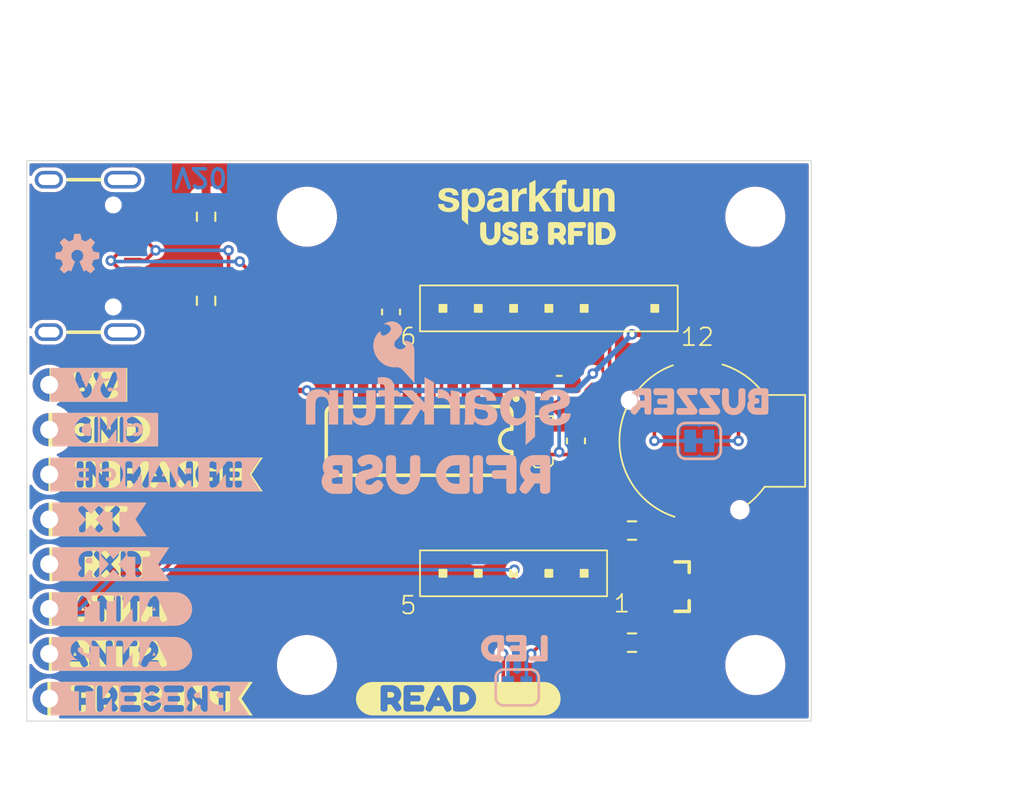
<source format=kicad_pcb>
(kicad_pcb (version 20240108) (generator "pcbnew") (generator_version "8.0")
  (layers (0 "F.Cu" signal) (31 "B.Cu" signal) (34 "B.Paste" user) (35 "F.Paste" user) (36 "B.SilkS" user "B.Silkscreen") (37 "F.SilkS" user "F.Silkscreen") (38 "B.Mask" user) (39 "F.Mask" user) (44 "Edge.Cuts" user))
  (net 0 "")
  (net 1 "Net-(U3-V3)")
  (net 2 "Net-(U3-UD+)")
  (net 3 "Net-(J1-CC1)")
  (net 6 "Net-(U3-UD-)")
  (net 10 "Net-(J1-CC2)")
  (net 23 "CARD_PRESENT")
  (net 24 "ANT2")
  (net 25 "ANT1")
  (net 26 "DATA1")
  (net 27 "DATA0")
  (net 28 "TAG_IN_RANGE")
  (net 29 "LED")
  (net 30 "Net-(D1-K)")
  (net 31 "Net-(D1-A)")
  (net 32 "Net-(JP1-A)")
  (net 33 "Net-(Q1-B)")
  (net 34 "Net-(Q1-C)")
  (net 35 "GND")
  (net 36 "VCC")
  (footprint "kibuzzard-677EEB0A" (layer "F.Cu") (at 188.2775 98.425)
    (property "Reference" "kibuzzard-677EEB0A" (hide yes))
    (property "Value" "G***" (hide yes))
  )
  (footprint "SparkFun-Hardware:Standoff" (layer "F.Cu") (at 196.85 109.22)
    (property "Reference" "REF**")
    (property "Value" "Standoff")
    (pad "" np_thru_hole circle (at 0 0) (size 3.1 3.1) (drill 3.1) (layers "F&B.Cu" "*.Mask"))
  )
  (footprint "SparkFun-Resistor:R_0603_1608Metric" (layer "F.Cu") (at 191.135 88.5825 -90)
    (property "Reference" "R2")
    (property "Value" "5.1k")
    (pad "1" smd roundrect (at -0.825 0 270) (size 0.8 0.95) (layers "F.Cu" "F.Paste" "F.Mask") (net 10 "Net-(J1-CC2)"))
    (pad "2" smd roundrect (at 0.825 0 270) (size 0.8 0.95) (layers "F.Cu" "F.Paste" "F.Mask") (net 35 "GND"))
  )
  (footprint "SparkFun-Capacitor:C_0603_1608Metric" (layer "F.Cu") (at 212.09 96.52 90)
    (property "Reference" "C3")
    (property "Value" "470nF")
    (pad "1" smd roundrect (at -0.775 0 90) (size 0.9 0.95) (layers "F.Cu" "F.Paste" "F.Mask") (net 36 "VCC"))
    (pad "2" smd roundrect (at 0.775 0 90) (size 0.9 0.95) (layers "F.Cu" "F.Paste" "F.Mask") (net 35 "GND"))
  )
  (footprint "SparkFun-Capacitor:C_0603_1608Metric" (layer "F.Cu") (at 211.1375 93.345 180)
    (property "Reference" "C2")
    (property "Value" "2.2uF")
    (pad "1" smd roundrect (at -0.775 0 180) (size 0.9 0.95) (layers "F.Cu" "F.Paste" "F.Mask") (net 36 "VCC"))
    (pad "2" smd roundrect (at 0.775 0 180) (size 0.9 0.95) (layers "F.Cu" "F.Paste" "F.Mask") (net 35 "GND"))
  )
  (footprint "kibuzzard-677EEB9B" (layer "F.Cu") (at 186.055 106.045)
    (property "Reference" "kibuzzard-677EEB9B" (hide yes))
    (property "Value" "G***" (hide yes))
  )
  (footprint "SparkFun-Aesthetic:SparkFun_Logo_NoFlame_10mm" (layer "F.Cu") (at 209.2325 82.8675)
    (property "Reference" "G***" (hide yes))
    (property "Value" "LOGO" (hide yes))
  )
  (footprint "SparkFun-Hardware:Standoff" (layer "F.Cu") (at 222.25 109.22)
    (property "Reference" "REF**")
    (property "Value" "Standoff")
    (pad "" np_thru_hole circle (at 0 0) (size 3.1 3.1) (drill 3.1) (layers "F&B.Cu" "*.Mask"))
  )
  (footprint "SparkFun-Hardware:Standoff" (layer "F.Cu") (at 222.25 83.82)
    (property "Reference" "REF**")
    (property "Value" "Standoff")
    (pad "" np_thru_hole circle (at 0 0) (size 3.1 3.1) (drill 3.1) (layers "F&B.Cu" "*.Mask"))
  )
  (footprint "SparkFun-Resistor:R_0603_1608Metric" (layer "F.Cu") (at 215.265 101.6 180)
    (property "Reference" "R4")
    (property "Value" "180")
    (pad "1" smd roundrect (at -0.825 0 180) (size 0.8 0.95) (layers "F.Cu" "F.Paste" "F.Mask") (net 33 "Net-(Q1-B)"))
    (pad "2" smd roundrect (at 0.825 0 180) (size 0.8 0.95) (layers "F.Cu" "F.Paste" "F.Mask") (net 29 "LED"))
  )
  (footprint "SparkFun-Connector:1x08" (layer "F.Cu") (at 182.245 111.125 90)
    (property "Reference" "J5")
    (property "Value" "Conn_01x08")
    (pad "1" thru_hole circle (at 0 0 180) (size 1.8796 1.8796) (drill 1.016) (layers "*.Cu" "*.Mask") (net 23 "CARD_PRESENT"))
    (pad "2" thru_hole circle (at 2.54 0 180) (size 1.8796 1.8796) (drill 1.016) (layers "*.Cu" "*.Mask") (net 24 "ANT2"))
    (pad "3" thru_hole circle (at 5.079999 0 180) (size 1.8796 1.8796) (drill 1.016) (layers "*.Cu" "*.Mask") (net 25 "ANT1"))
    (pad "4" thru_hole circle (at 7.62 0 180) (size 1.8796 1.8796) (drill 1.016) (layers "*.Cu" "*.Mask") (net 26 "DATA1"))
    (pad "5" thru_hole circle (at 10.16 0 180) (size 1.8796 1.8796) (drill 1.016) (layers "*.Cu" "*.Mask") (net 27 "DATA0"))
    (pad "6" thru_hole circle (at 12.7 0 180) (size 1.8796 1.8796) (drill 1.016) (layers "*.Cu" "*.Mask") (net 28 "TAG_IN_RANGE"))
    (pad "7" thru_hole circle (at 15.24 0 180) (size 1.8796 1.8796) (drill 1.016) (layers "*.Cu" "*.Mask") (net 35 "GND"))
    (pad "8" thru_hole circle (at 17.780001 0 180) (size 1.8796 1.8796) (drill 1.016) (layers "*.Cu" "*.Mask") (net 36 "VCC"))
  )
  (footprint "kibuzzard-677EEBF5" (layer "F.Cu") (at 187.96 111.125)
    (property "Reference" "kibuzzard-677EEBF5" (hide yes))
    (property "Value" "G***" (hide yes))
  )
  (footprint "SparkFun-Resistor:R_0603_1608Metric" (layer "F.Cu") (at 215.265 107.95)
    (property "Reference" "R3")
    (property "Value" "4.7k")
    (pad "1" smd roundrect (at -0.825 0) (size 0.8 0.95) (layers "F.Cu" "F.Paste" "F.Mask") (net 30 "Net-(D1-K)"))
    (pad "2" smd roundrect (at 0.825 0) (size 0.8 0.95) (layers "F.Cu" "F.Paste" "F.Mask") (net 34 "Net-(Q1-C)"))
  )
  (footprint "SparkFun-Electromechanical:Buzzer_CCV" (layer "F.Cu") (at 219.075 96.52 90)
    (property "Reference" "U1")
    (property "Value" "~")
    (pad "" np_thru_hole circle (at -3.9 2.3 90) (size 0.8 0.8) (drill 0.8) (layers "F&B.Cu" "*.Mask"))
    (pad "" np_thru_hole circle (at 2.3 -3.9 90) (size 0.8 0.8) (drill 0.8) (layers "F&B.Cu" "*.Mask"))
    (pad "1" smd rect (at 4 0 90) (size 3.2 2.5) (layers "F.Cu" "F.Paste" "F.Mask") (net 32 "Net-(JP1-A)"))
    (pad "2" smd rect (at -4 0 90) (size 3.2 2.5) (layers "F.Cu" "F.Paste" "F.Mask") (net 34 "Net-(Q1-C)"))
  )
  (footprint "SparkFun-Connector:1x07_SMD_2mm" (layer "F.Cu") (at 210.554544 89.012513)
    (property "Reference" "J4")
    (property "Value" "~")
    (pad "6" smd roundrect (at -6 1.5) (size 0.85 1.7) (layers "F.Cu" "F.Paste" "F.Mask") (net 28 "TAG_IN_RANGE"))
    (pad "7" smd roundrect (at -4 -1.5) (size 0.85 1.7) (layers "F.Cu" "F.Paste" "F.Mask") (net 35 "GND"))
    (pad "8" smd roundrect (at -2 1.5) (size 0.85 1.7) (layers "F.Cu" "F.Paste" "F.Mask") (net 26 "DATA1"))
    (pad "9" smd roundrect (at 0 -1.5) (size 0.85 1.7) (layers "F.Cu" "F.Paste" "F.Mask") (net 27 "DATA0"))
    (pad "10" smd roundrect (at 2 1.5) (size 0.85 1.7) (layers "F.Cu" "F.Paste" "F.Mask") (net 29 "LED"))
    (pad "11" smd roundrect (at 4 -1.5) (size 0.85 1.7) (layers "F.Cu" "F.Paste" "F.Mask"))
    (pad "12" smd roundrect (at 6 1.5) (size 0.85 1.7) (layers "F.Cu" "F.Paste" "F.Mask") (net 36 "VCC"))
  )
  (footprint "kibuzzard-677EEA49" (layer "F.Cu") (at 184.4675 93.345)
    (property "Reference" "kibuzzard-677EEA49" (hide yes))
    (property "Value" "G***" (hide yes))
  )
  (footprint "kibuzzard-677EEB4C" (layer "F.Cu") (at 185.1025 95.885)
    (property "Reference" "kibuzzard-677EEB4C" (hide yes))
    (property "Value" "G***" (hide yes))
  )
  (footprint "SparkFun-Semiconductor-Standard:SOT23-3" (layer "F.Cu") (at 217.805 104.775)
    (property "Reference" "Q1")
    (property "Value" "MMBT2222A")
    (pad "1" smd rect (at -1 -0.95 270) (size 0.8 0.9) (layers "F.Cu" "F.Paste" "F.Mask") (net 33 "Net-(Q1-B)"))
    (pad "2" smd rect (at -1 0.95 270) (size 0.8 0.9) (layers "F.Cu" "F.Paste" "F.Mask") (net 35 "GND"))
    (pad "3" smd rect (at 1.1 0 270) (size 0.8 0.9) (layers "F.Cu" "F.Paste" "F.Mask") (net 34 "Net-(Q1-C)"))
  )
  (footprint "SparkFun-LED:LED_0603_1608Metric_Blue" (layer "F.Cu") (at 208.762499 111.125 180)
    (property "Reference" "D1")
    (property "Value" "Blue")
    (pad "1" smd roundrect (at -0.787501 0 180) (size 0.875 0.95) (layers "F.Cu" "F.Paste" "F.Mask") (net 30 "Net-(D1-K)"))
    (pad "2" smd roundrect (at 0.787501 0 180) (size 0.875 0.95) (layers "F.Cu" "F.Paste" "F.Mask") (net 31 "Net-(D1-A)"))
  )
  (footprint "SparkFun-Capacitor:C_0603_1608Metric_Polar" (layer "F.Cu") (at 210.185 96.52 -90)
    (property "Reference" "C4")
    (property "Value" "10uF TANT")
    (pad "1" smd roundrect (at -0.775 0 270) (size 0.9 0.95) (layers "F.Cu" "F.Paste" "F.Mask") (net 35 "GND"))
    (pad "2" smd roundrect (at 0.775 0 270) (size 0.9 0.95) (layers "F.Cu" "F.Paste" "F.Mask") (net 36 "VCC"))
  )
  (footprint "SparkFun-Connector:USB-C_16" (layer "F.Cu") (at 187.32125 86.0425 -90)
    (property "Reference" "J1")
    (property "Value" "USB_C_Receptacle")
    (pad "" np_thru_hole circle (at -2.89 1.445 270) (size 0.65 0.65) (drill 0.65) (layers "*.Cu" "*.Mask"))
    (pad "" np_thru_hole circle (at 2.89 1.445 270) (size 0.65 0.65) (drill 0.65) (layers "F&B.Cu" "*.Mask"))
    (pad "A5" smd rect (at -1.25 0.34 90) (size 0.3 1) (layers "F.Cu" "F.Paste" "F.Mask") (net 3 "Net-(J1-CC1)"))
    (pad "A6" smd rect (at -0.25 0.34 90) (size 0.3 1) (layers "F.Cu" "F.Paste" "F.Mask") (net 2 "Net-(U3-UD+)"))
    (pad "A7" smd rect (at 0.25 0.34 270) (size 0.3 1) (layers "F.Cu" "F.Paste" "F.Mask") (net 6 "Net-(U3-UD-)"))
    (pad "A8" smd rect (at 1.25 0.34 270) (size 0.3 1) (layers "F.Cu" "F.Paste" "F.Mask"))
    (pad "B5" smd rect (at 1.75 0.34 270) (size 0.3 1) (layers "F.Cu" "F.Paste" "F.Mask") (net 10 "Net-(J1-CC2)"))
    (pad "B6" smd rect (at 0.75 0.34 270) (size 0.3 1) (layers "F.Cu" "F.Paste" "F.Mask") (net 2 "Net-(U3-UD+)"))
    (pad "B7" smd rect (at -0.75 0.34 90) (size 0.3 1) (layers "F.Cu" "F.Paste" "F.Mask") (net 6 "Net-(U3-UD-)"))
    (pad "B8" smd rect (at -1.75 0.34 90) (size 0.3 1) (layers "F.Cu" "F.Paste" "F.Mask"))
    (pad "GND" smd rect (at -3.225 0.34 90) (size 0.6 1) (layers "F.Cu" "F.Paste" "F.Mask") (net 35 "GND"))
    (pad "GND" smd rect (at 3.225 0.34 270) (size 0.6 1) (layers "F.Cu" "F.Paste" "F.Mask") (net 35 "GND"))
    (pad "NC1" thru_hole oval (at -4.318 5.095 270) (size 1 1.6) (drill oval 0.6 1.2) (layers "*.Cu" "*.Mask" "F.Paste"))
    (pad "NC2" thru_hole oval (at -4.318 0.915 270) (size 1 2.1) (drill oval 0.6 1.7) (layers "*.Cu" "*.Mask" "F.Paste"))
    (pad "NC3" thru_hole oval (at 4.318 0.915 270) (size 1 2.1) (drill oval 0.6 1.7) (layers "*.Cu" "*.Mask" "F.Paste"))
    (pad "S" thru_hole oval (at 4.318 5.095 270) (size 1 1.6) (drill oval 0.6 1.2) (layers "*.Cu" "*.Mask" "F.Paste"))
    (pad "VBUS" smd rect (at -2.45 0.34 90) (size 0.6 1) (layers "F.Cu" "F.Paste" "F.Mask") (net 36 "VCC"))
    (pad "VBUS" smd rect (at 2.45 0.34 270) (size 0.6 1) (layers "F.Cu" "F.Paste" "F.Mask") (net 36 "VCC"))
  )
  (footprint "SparkFun-RF:ID-2_12_20-SMD" (layer "F.Cu") (at 209.55 96.52)
    (property "Reference" "REF**")
    (property "Value" "ID-2/12/20-SMD")
    (fp_text user "1" (at 4.6 9.8 0) (layer "F.SilkS") (effects (font (thickness 0.1)) (justify left bottom)))
    (fp_text user "5" (at -7.5 9.9 0) (layer "F.SilkS") (effects (font (thickness 0.1)) (justify left bottom)))
    (fp_text user "6" (at -7.5 -5.3 0) (layer "F.SilkS") (effects (font (thickness 0.1)) (justify left bottom)))
    (fp_text user "12" (at 8.4 -5.3 0) (layer "F.SilkS") (effects (font (thickness 0.1)) (justify left bottom)))
  )
  (footprint "kibuzzard-677EF466" (layer "F.Cu") (at 210.5025 84.7725)
    (property "Reference" "kibuzzard-677EF466" (hide yes))
    (property "Value" "G***" (hide yes))
  )
  (footprint "kibuzzard-677EEB11" (layer "F.Cu") (at 184.785 100.965)
    (property "Reference" "kibuzzard-677EEB11" (hide yes))
    (property "Value" "G***" (hide yes))
  )
  (footprint "SparkFun-Hardware:Standoff" (layer "F.Cu") (at 196.85 83.82)
    (property "Reference" "REF**")
    (property "Value" "Standoff")
    (pad "" np_thru_hole circle (at 0 0) (size 3.1 3.1) (drill 3.1) (layers "F&B.Cu" "*.Mask"))
  )
  (footprint "SparkFun-Semiconductor-Standard:SO-16" (layer "F.Cu") (at 203.2 96.52 -90)
    (property "Reference" "U3")
    (property "Value" "CH340C")
    (pad "1" smd rect (at -2.8 -4.445001 180) (size 0.6 1.2) (layers "F.Cu" "F.Paste" "F.Mask") (net 35 "GND"))
    (pad "2" smd rect (at -2.8 -3.175 180) (size 0.6 1.2) (layers "F.Cu" "F.Paste" "F.Mask"))
    (pad "3" smd rect (at -2.8 -1.904999 180) (size 0.6 1.2) (layers "F.Cu" "F.Paste" "F.Mask") (net 27 "DATA0"))
    (pad "4" smd rect (at -2.8 -0.635 180) (size 0.6 1.2) (layers "F.Cu" "F.Paste" "F.Mask") (net 1 "Net-(U3-V3)"))
    (pad "5" smd rect (at -2.8 0.635 180) (size 0.6 1.2) (layers "F.Cu" "F.Paste" "F.Mask") (net 2 "Net-(U3-UD+)"))
    (pad "6" smd rect (at -2.8 1.904999 180) (size 0.6 1.2) (layers "F.Cu" "F.Paste" "F.Mask") (net 6 "Net-(U3-UD-)"))
    (pad "7" smd rect (at -2.8 3.175 180) (size 0.6 1.2) (layers "F.Cu" "F.Paste" "F.Mask"))
    (pad "8" smd rect (at -2.8 4.445001 180) (size 0.6 1.2) (layers "F.Cu" "F.Paste" "F.Mask"))
    (pad "9" smd rect (at 2.8 4.445001 180) (size 0.6 1.2) (layers "F.Cu" "F.Paste" "F.Mask"))
    (pad "10" smd rect (at 2.8 3.175 180) (size 0.6 1.2) (layers "F.Cu" "F.Paste" "F.Mask"))
    (pad "11" smd rect (at 2.8 1.904999 180) (size 0.6 1.2) (layers "F.Cu" "F.Paste" "F.Mask"))
    (pad "12" smd rect (at 2.8 0.635 180) (size 0.6 1.2) (layers "F.Cu" "F.Paste" "F.Mask"))
    (pad "13" smd rect (at 2.8 -0.635 180) (size 0.6 1.2) (layers "F.Cu" "F.Paste" "F.Mask"))
    (pad "14" smd rect (at 2.8 -1.904999 180) (size 0.6 1.2) (layers "F.Cu" "F.Paste" "F.Mask"))
    (pad "15" smd rect (at 2.8 -3.175 180) (size 0.6 1.2) (layers "F.Cu" "F.Paste" "F.Mask"))
    (pad "16" smd rect (at 2.8 -4.445001 180) (size 0.6 1.2) (layers "F.Cu" "F.Paste" "F.Mask") (net 36 "VCC"))
  )
  (footprint "SparkFun-Resistor:R_0603_1608Metric" (layer "F.Cu") (at 191.135 83.82 90)
    (property "Reference" "R1")
    (property "Value" "5.1k")
    (pad "1" smd roundrect (at -0.825 0 90) (size 0.8 0.95) (layers "F.Cu" "F.Paste" "F.Mask") (net 3 "Net-(J1-CC1)"))
    (pad "2" smd roundrect (at 0.825 0 90) (size 0.8 0.95) (layers "F.Cu" "F.Paste" "F.Mask") (net 35 "GND"))
  )
  (footprint "SparkFun-Connector:1x05_SMD_2mm" (layer "F.Cu") (at 208.55332 104.02254)
    (property "Reference" "J3")
    (property "Value" "SMD_1x1mm")
    (pad "1" smd roundrect (at 4 1.5) (size 0.85 1.7) (layers "F.Cu" "F.Paste" "F.Mask") (net 35 "GND"))
    (pad "2" smd roundrect (at 2 -1.5) (size 0.85 1.7) (layers "F.Cu" "F.Paste" "F.Mask") (net 36 "VCC"))
    (pad "3" smd roundrect (at 0 1.5) (size 0.85 1.7) (layers "F.Cu" "F.Paste" "F.Mask") (net 25 "ANT1"))
    (pad "4" smd roundrect (at -2 -1.5) (size 0.85 1.7) (layers "F.Cu" "F.Paste" "F.Mask") (net 24 "ANT2"))
    (pad "5" smd roundrect (at -4 1.5) (size 0.85 1.7) (layers "F.Cu" "F.Paste" "F.Mask") (net 23 "CARD_PRESENT"))
  )
  (footprint "kibuzzard-677EEC6E" (layer "F.Cu") (at 205.4225 111.125)
    (property "Reference" "kibuzzard-677EEC6E" (hide yes))
    (property "Value" "G***" (hide yes))
  )
  (footprint "kibuzzard-677EEBA7" (layer "F.Cu") (at 186.055 108.585)
    (property "Reference" "kibuzzard-677EEBA7" (hide yes))
    (property "Value" "G***" (hide yes))
  )
  (footprint "SparkFun-Capacitor:C_0603_1608Metric" (layer "F.Cu") (at 201.6125 89.2175 90)
    (property "Reference" "C1")
    (property "Value" "10nF")
    (pad "1" smd roundrect (at -0.775 0 90) (size 0.9 0.95) (layers "F.Cu" "F.Paste" "F.Mask") (net 1 "Net-(U3-V3)"))
    (pad "2" smd roundrect (at 0.775 0 90) (size 0.9 0.95) (layers "F.Cu" "F.Paste" "F.Mask") (net 35 "GND"))
  )
  (footprint "kibuzzard-677EEB6C" (layer "F.Cu") (at 185.42 103.505)
    (property "Reference" "kibuzzard-677EEB6C" (hide yes))
    (property "Value" "G***" (hide yes))
  )
  (footprint "SparkFun-Jumper:Jumper_2_NC_Trace" (layer "B.Cu") (at 208.762499 110.49)
    (property "Reference" "JP2")
    (property "Value" "~")
    (fp_poly (pts (xy -0.25 0.15) (xy 0.25 0.15) (xy 0.25 -0.15) (xy -0.25 -0.15)) (fill solid) (layer "B.Cu"))
    (pad "1" smd rect (at -0.520701 0) (size 0.6604 1.27) (layers "B.Cu" "B.Mask") (net 31 "Net-(D1-A)"))
    (pad "2" smd rect (at 0.520701 0) (size 0.6604 1.27) (layers "B.Cu" "B.Mask") (net 36 "VCC"))
  )
  (footprint "kibuzzard-677EEFDD" (layer "B.Cu") (at 185.7375 103.505 180)
    (property "Reference" "kibuzzard-677EEFDD" (hide yes))
    (property "Value" "G***" (hide yes))
  )
  (footprint "kibuzzard-677EEF34" (layer "B.Cu") (at 184.4675 93.345 180)
    (property "Reference" "kibuzzard-677EEF34" (hide yes))
    (property "Value" "G***" (hide yes))
  )
  (footprint "kibuzzard-677EF000" (layer "B.Cu") (at 186.3725 106.045 180)
    (property "Reference" "kibuzzard-677EF000" (hide yes))
    (property "Value" "G***" (hide yes))
  )
  (footprint "kibuzzard-677EF00A" (layer "B.Cu") (at 186.3725 108.585 180)
    (property "Reference" "kibuzzard-677EF00A" (hide yes))
    (property "Value" "G***" (hide yes))
  )
  (footprint "kibuzzard-677EF080" (layer "B.Cu") (at 188.2775 98.425 180)
    (property "Reference" "kibuzzard-677EF080" (hide yes))
    (property "Value" "G***" (hide yes))
  )
  (footprint "kibuzzard-677EEEED" (layer "B.Cu") (at 208.5975 108.2675 180)
    (property "Reference" "kibuzzard-677EEEED" (hide yes))
    (property "Value" "G***" (hide yes))
  )
  (footprint "kibuzzard-677EF074" (layer "B.Cu") (at 185.1025 100.965 180)
    (property "Reference" "kibuzzard-677EF074" (hide yes))
    (property "Value" "G***" (hide yes))
  )
  (footprint "kibuzzard-677EF067" (layer "B.Cu") (at 187.96 111.125 180)
    (property "Reference" "kibuzzard-677EF067" (hide yes))
    (property "Value" "G***" (hide yes))
  )
  (footprint "kibuzzard-677EEF6B" (layer "B.Cu") (at 185.42 95.885 180)
    (property "Reference" "kibuzzard-677EEF6B" (hide yes))
    (property "Value" "G***" (hide yes))
  )
  (footprint "SparkFun-Jumper:Jumper_2_NC_Trace" (layer "B.Cu") (at 219.075 96.52 180)
    (property "Reference" "JP1")
    (property "Value" "~")
    (fp_poly (pts (xy -0.25 0.15) (xy 0.25 0.15) (xy 0.25 -0.15) (xy -0.25 -0.15)) (fill solid) (layer "B.Cu"))
    (pad "1" smd rect (at -0.5207 0 180) (size 0.6604 1.27) (layers "B.Cu" "B.Mask") (net 32 "Net-(JP1-A)"))
    (pad "2" smd rect (at 0.5207 0 180) (size 0.6604 1.27) (layers "B.Cu" "B.Mask") (net 36 "VCC"))
  )
  (footprint "SparkFun-Aesthetic:SparkFun_Logo_15mm" (layer "B.Cu") (at 204.47 94.615 180)
    (property "Reference" "G***" (hide yes))
    (property "Value" "LOGO" (hide yes))
  )
  (footprint "kibuzzard-677EF197" (layer "B.Cu") (at 204.1525 98.425 180)
    (property "Reference" "kibuzzard-677EF197" (hide yes))
    (property "Value" "G***" (hide yes))
  )
  (footprint "SparkFun-Aesthetic:OSHW_Logo_2.5mm" (layer "B.Cu") (at 183.8325 86.0425 180)
    (property "Reference" "Ref**" (hide yes))
    (property "Value" "Val**" (hide yes))
  )
  (footprint "kibuzzard-677EEEC6" (layer "B.Cu") (at 219.075 94.2975 180)
    (property "Reference" "kibuzzard-677EEEC6" (hide yes))
    (property "Value" "G***" (hide yes))
  )
  (gr_line (start 225.425 112.395) (end 180.975 112.395) (stroke (width 0.05)) (layer "Edge.Cuts"))
  (gr_line (start 180.975 80.645) (end 225.425 80.645) (stroke (width 0.05)) (layer "Edge.Cuts"))
  (gr_line (start 225.425 80.645) (end 225.425 112.395) (stroke (width 0.05)) (layer "Edge.Cuts"))
  (gr_line (start 180.975 112.395) (end 180.975 80.645) (stroke (width 0.05)) (layer "Edge.Cuts"))
  (gr_text "V20" (at 189.23 80.9625 180) (layer "B.Cu") (effects (font (size 1.0668 1.0668) (thickness 0.2032) (bold yes)) (justify left bottom mirror)))
  (segment (start 201.7525 89.9925) (end 201.6125 89.9925) (width 0.2032) (layer "F.Cu") (net 1))
  (segment (start 203.835 92.075) (end 201.7525 89.9925) (width 0.2032) (layer "F.Cu") (net 1))
  (segment (start 203.835 93.72) (end 203.835 92.075) (width 0.2032) (layer "F.Cu") (net 1))
  (segment (start 200.9775 91.1225) (end 202.565 92.71) (width 0.2032) (layer "F.Cu") (net 2))
  (segment (start 202.565 92.71) (end 202.565 93.72) (width 0.2032) (layer "F.Cu") (net 2))
  (segment (start 185.7375 86.30835) (end 186.25335 85.7925) (width 0.2032) (layer "F.Cu") (net 2))
  (segment (start 197.8025 91.1225) (end 200.9775 91.1225) (width 0.2032) (layer "F.Cu") (net 2))
  (segment (start 185.7375 86.30835) (end 186.22165 86.7925) (width 0.2032) (layer "F.Cu") (net 2))
  (segment (start 193.04 86.36) (end 197.8025 91.1225) (width 0.2032) (layer "F.Cu") (net 2))
  (segment (start 186.25335 85.7925) (end 186.98125 85.7925) (width 0.2032) (layer "F.Cu") (net 2))
  (segment (start 186.22165 86.7925) (end 186.98125 86.7925) (width 0.2032) (layer "F.Cu") (net 2))
  (via (at 193.04 86.36) (size 0.6) (drill 0.3) (layers "F.Cu" "B.Cu") (net 2))
  (via (at 185.7375 86.30835) (size 0.6) (drill 0.3) (layers "F.Cu" "B.Cu") (net 2))
  (segment (start 185.7375 86.30835) (end 185.78915 86.36) (width 0.2032) (layer "B.Cu") (net 2))
  (segment (start 185.78915 86.36) (end 193.04 86.36) (width 0.2032) (layer "B.Cu") (net 2))
  (segment (start 186.98125 84.7925) (end 190.9875 84.7925) (width 0.2032) (layer "F.Cu") (net 3))
  (segment (start 190.9875 84.7925) (end 191.135 84.645) (width 0.2032) (layer "F.Cu") (net 3))
  (segment (start 187.71 86.2925) (end 186.98125 86.2925) (width 0.2032) (layer "F.Cu") (net 6))
  (segment (start 200.66 91.7575) (end 201.295001 92.392501) (width 0.2032) (layer "F.Cu") (net 6))
  (segment (start 188.2775 85.725) (end 187.71 86.2925) (width 0.2032) (layer "F.Cu") (net 6))
  (segment (start 187.845 85.2925) (end 186.98125 85.2925) (width 0.2032) (layer "F.Cu") (net 6))
  (segment (start 188.2775 85.725) (end 187.845 85.2925) (width 0.2032) (layer "F.Cu") (net 6))
  (segment (start 201.295001 92.392501) (end 201.295001 93.72) (width 0.2032) (layer "F.Cu") (net 6))
  (segment (start 197.485 91.7575) (end 200.66 91.7575) (width 0.2032) (layer "F.Cu") (net 6))
  (segment (start 192.405 85.725) (end 192.405 86.6775) (width 0.2032) (layer "F.Cu") (net 6))
  (segment (start 192.405 86.6775) (end 197.485 91.7575) (width 0.2032) (layer "F.Cu") (net 6))
  (segment (start 201.295 93.719999) (end 201.295001 93.72) (width 0.2032) (layer "F.Cu") (net 6))
  (via (at 192.405 85.725) (size 0.6) (drill 0.3) (layers "F.Cu" "B.Cu") (net 6))
  (via (at 188.2775 85.725) (size 0.6) (drill 0.3) (layers "F.Cu" "B.Cu") (net 6))
  (segment (start 188.2775 85.725) (end 192.405 85.725) (width 0.2032) (layer "B.Cu") (net 6))
  (segment (start 186.98125 87.7925) (end 191.1 87.7925) (width 0.2032) (layer "F.Cu") (net 10))
  (segment (start 191.1 87.7925) (end 191.135 87.7575) (width 0.2032) (layer "F.Cu") (net 10))
  (segment (start 182.245 111.125) (end 183.99125 111.125) (width 0.2032) (layer "F.Cu") (net 23))
  (segment (start 189.59371 105.52254) (end 204.55332 105.52254) (width 0.2032) (layer "F.Cu") (net 23))
  (segment (start 183.99125 111.125) (end 189.59371 105.52254) (width 0.2032) (layer "F.Cu") (net 23))
  (segment (start 183.99125 108.585) (end 190.05371 102.52254) (width 0.2032) (layer "F.Cu") (net 24))
  (segment (start 182.245 108.585) (end 183.99125 108.585) (width 0.2032) (layer "F.Cu") (net 24))
  (segment (start 190.05371 102.52254) (end 206.55332 102.52254) (width 0.2032) (layer "F.Cu") (net 24))
  (segment (start 208.55332 105.52254) (end 208.55332 103.86668) (width 0.2032) (layer "F.Cu") (net 25))
  (segment (start 208.55332 103.86668) (end 208.5975 103.8225) (width 0.2032) (layer "F.Cu") (net 25))
  (via (at 208.5975 103.8225) (size 0.6) (drill 0.3) (layers "F.Cu" "B.Cu") (net 25))
  (segment (start 186.21375 103.8225) (end 183.991249 106.045001) (width 0.2032) (layer "B.Cu") (net 25))
  (segment (start 183.991249 106.045001) (end 182.245 106.045001) (width 0.2032) (layer "B.Cu") (net 25))
  (segment (start 208.5975 103.8225) (end 186.21375 103.8225) (width 0.2032) (layer "B.Cu") (net 25))
  (segment (start 207.01 97.155) (end 208.554544 95.610456) (width 0.2032) (layer "F.Cu") (net 26))
  (segment (start 208.554544 95.610456) (end 208.554544 90.512513) (width 0.2032) (layer "F.Cu") (net 26))
  (segment (start 182.245 103.505) (end 184.15 103.505) (width 0.2032) (layer "F.Cu") (net 26))
  (segment (start 208.5975 90.469557) (end 208.554544 90.512513) (width 0.2032) (layer "F.Cu") (net 26))
  (segment (start 184.15 103.505) (end 190.5 97.155) (width 0.2032) (layer "F.Cu") (net 26))
  (segment (start 190.5 97.155) (end 207.01 97.155) (width 0.2032) (layer "F.Cu") (net 26))
  (segment (start 204.47 96.52) (end 188.595 96.52) (width 0.2032) (layer "F.Cu") (net 27))
  (segment (start 184.15 100.965) (end 182.245 100.965) (width 0.2032) (layer "F.Cu") (net 27))
  (segment (start 206.6925 90.805) (end 206.6925 89.8525) (width 0.2032) (layer "F.Cu") (net 27))
  (segment (start 206.6925 89.8525) (end 209.032487 87.512513) (width 0.2032) (layer "F.Cu") (net 27))
  (segment (start 188.595 96.52) (end 184.15 100.965) (width 0.2032) (layer "F.Cu") (net 27))
  (segment (start 205.104999 93.72) (end 205.104999 95.885001) (width 0.2032) (layer "F.Cu") (net 27))
  (segment (start 209.032487 87.512513) (end 210.554544 87.512513) (width 0.2032) (layer "F.Cu") (net 27))
  (segment (start 205.104999 93.72) (end 205.104999 92.392501) (width 0.2032) (layer "F.Cu") (net 27))
  (segment (start 205.104999 95.885001) (end 204.47 96.52) (width 0.2032) (layer "F.Cu") (net 27))
  (segment (start 205.104999 92.392501) (end 206.6925 90.805) (width 0.2032) (layer "F.Cu") (net 27))
  (segment (start 204.47 95.25) (end 204.47 90.597057) (width 0.2032) (layer "F.Cu") (net 28))
  (segment (start 203.835 95.885) (end 204.47 95.25) (width 0.2032) (layer "F.Cu") (net 28))
  (segment (start 182.245 98.425) (end 184.15 98.425) (width 0.2032) (layer "F.Cu") (net 28))
  (segment (start 204.47 90.597057) (end 204.554544 90.512513) (width 0.2032) (layer "F.Cu") (net 28))
  (segment (start 184.15 98.425) (end 186.69 95.885) (width 0.2032) (layer "F.Cu") (net 28))
  (segment (start 186.69 95.885) (end 203.835 95.885) (width 0.2032) (layer "F.Cu") (net 28))
  (segment (start 212.554544 90.512513) (end 213.6775 90.512513) (width 0.2032) (layer "F.Cu") (net 29))
  (segment (start 213.995 94.9325) (end 214.44 95.3775) (width 0.2032) (layer "F.Cu") (net 29))
  (segment (start 214.44 95.3775) (end 214.44 101.6) (width 0.2032) (layer "F.Cu") (net 29))
  (segment (start 213.995 90.830013) (end 213.995 94.9325) (width 0.2032) (layer "F.Cu") (net 29))
  (segment (start 213.6775 90.512513) (end 213.995 90.830013) (width 0.2032) (layer "F.Cu") (net 29))
  (segment (start 214.44 110.045) (end 214.44 107.95) (width 0.2032) (layer "F.Cu") (net 30))
  (segment (start 209.55 111.125) (end 213.36 111.125) (width 0.2032) (layer "F.Cu") (net 30))
  (segment (start 213.36 111.125) (end 214.44 110.045) (width 0.2032) (layer "F.Cu") (net 30))
  (segment (start 207.9625 108.585) (end 207.974998 108.597498) (width 0.2032) (layer "F.Cu") (net 31))
  (segment (start 207.974998 108.597498) (end 207.974998 111.125) (width 0.2032) (layer "F.Cu") (net 31))
  (via (at 207.9625 108.585) (size 0.6) (drill 0.3) (layers "F.Cu" "B.Cu") (net 31))
  (segment (start 208.241798 108.864298) (end 208.241798 110.49) (width 0.2032) (layer "B.Cu") (net 31))
  (segment (start 207.9625 108.585) (end 208.241798 108.864298) (width 0.2032) (layer "B.Cu") (net 31))
  (segment (start 220.79 92.52) (end 219.075 92.52) (width 0.2032) (layer "F.Cu") (net 32))
  (segment (start 221.2975 93.0275) (end 220.79 92.52) (width 0.2032) (layer "F.Cu") (net 32))
  (segment (start 221.2975 96.52) (end 221.2975 93.0275) (width 0.2032) (layer "F.Cu") (net 32))
  (via (at 221.2975 96.52) (size 0.6) (drill 0.3) (layers "F.Cu" "B.Cu") (net 32))
  (segment (start 219.5957 96.52) (end 221.2975 96.52) (width 0.2032) (layer "B.Cu") (net 32))
  (segment (start 216.805 102.315) (end 216.09 101.6) (width 0.2032) (layer "F.Cu") (net 33))
  (segment (start 216.805 103.825) (end 216.805 102.315) (width 0.2032) (layer "F.Cu") (net 33))
  (segment (start 218.905 100.69) (end 219.075 100.52) (width 0.2032) (layer "F.Cu") (net 34))
  (segment (start 216.09 107.95) (end 217.64625 107.95) (width 0.2032) (layer "F.Cu") (net 34))
  (segment (start 218.905 104.775) (end 218.905 100.69) (width 0.2032) (layer "F.Cu") (net 34))
  (segment (start 217.64625 107.95) (end 218.905 106.69125) (width 0.2032) (layer "F.Cu") (net 34))
  (segment (start 218.905 106.69125) (end 218.905 104.775) (width 0.2032) (layer "F.Cu") (net 34))
  (segment (start 216.535 95.885) (end 216.554544 95.865456) (width 0.2032) (layer "F.Cu") (net 36))
  (segment (start 184.785 88.6487) (end 185.1356 88.2981) (width 0.3048) (layer "F.Cu") (net 36))
  (segment (start 215.265 90.4875) (end 216.529531 90.4875) (width 0.3048) (layer "F.Cu") (net 36))
  (segment (start 208.985 98.495) (end 210.55332 100.06332) (width 0.2032) (layer "F.Cu") (net 36))
  (segment (start 184.467501 93.345001) (end 184.785 93.6625) (width 0.3048) (layer "F.Cu") (net 36))
  (segment (start 186.78685 88.2981) (end 186.98125 88.4925) (width 0.3048) (layer "F.Cu") (net 36))
  (segment (start 210.55332 100.06332) (end 210.55332 102.52254) (width 0.2032) (layer "F.Cu") (net 36))
  (segment (start 208.16 99.32) (end 208.985 98.495) (width 0.2032) (layer "F.Cu") (net 36))
  (segment (start 186.79145 83.7823) (end 185.1402 83.7823) (width 0.3048) (layer "F.Cu") (net 36))
  (segment (start 185.1356 88.2981) (end 186.78685 88.2981) (width 0.3048) (layer "F.Cu") (net 36))
  (segment (start 184.785 93.0275) (end 184.785 88.6487) (width 0.3048) (layer "F.Cu") (net 36))
  (segment (start 212.4075 93.345) (end 213.0425 92.71) (width 0.2032) (layer "F.Cu") (net 36))
  (segment (start 211.2775 97.295) (end 211.1375 97.155) (width 0.2032) (layer "F.Cu") (net 36))
  (segment (start 207.645001 99.32) (end 208.16 99.32) (width 0.2032) (layer "F.Cu") (net 36))
  (segment (start 211.9125 93.345) (end 212.4075 93.345) (width 0.2032) (layer "F.Cu") (net 36))
  (segment (start 216.529531 90.4875) (end 216.554544 90.512513) (width 0.3048) (layer "F.Cu") (net 36))
  (segment (start 184.467501 93.344999) (end 184.785 93.0275) (width 0.3048) (layer "F.Cu") (net 36))
  (segment (start 210.55332 107.58168) (end 209.55 108.585) (width 0.2032) (layer "F.Cu") (net 36))
  (segment (start 208.985 98.495) (end 210.185 97.295) (width 0.2032) (layer "F.Cu") (net 36))
  (segment (start 210.55332 102.52254) (end 210.55332 107.58168) (width 0.2032) (layer "F.Cu") (net 36))
  (segment (start 210.185 97.295) (end 210.9975 97.295) (width 0.2032) (layer "F.Cu") (net 36))
  (segment (start 185.1402 83.7823) (end 184.785 84.1375) (width 0.3048) (layer "F.Cu") (net 36))
  (segment (start 210.9975 97.295) (end 211.1375 97.155) (width 0.2032) (layer "F.Cu") (net 36))
  (segment (start 216.554544 95.865456) (end 216.554544 90.512513) (width 0.2032) (layer "F.Cu") (net 36))
  (segment (start 212.09 97.295) (end 211.2775 97.295) (width 0.2032) (layer "F.Cu") (net 36))
  (segment (start 186.98125 83.5925) (end 186.79145 83.7823) (width 0.3048) (layer "F.Cu") (net 36))
  (segment (start 182.245 93.344999) (end 184.467501 93.344999) (width 0.3048) (layer "F.Cu") (net 36))
  (segment (start 184.785 93.6625) (end 196.85 93.6625) (width 0.3048) (layer "F.Cu") (net 36))
  (segment (start 184.467501 93.344999) (end 184.467501 93.345001) (width 0.3048) (layer "F.Cu") (net 36))
  (segment (start 184.785 87.9475) (end 185.1356 88.2981) (width 0.3048) (layer "F.Cu") (net 36))
  (segment (start 216.535 96.52) (end 216.535 95.885) (width 0.2032) (layer "F.Cu") (net 36))
  (segment (start 184.785 84.1375) (end 184.785 87.9475) (width 0.3048) (layer "F.Cu") (net 36))
  (via (at 213.0425 92.71) (size 0.6) (drill 0.3) (layers "F.Cu" "B.Cu") (net 36))
  (via (at 196.85 93.6625) (size 0.6) (drill 0.3) (layers "F.Cu" "B.Cu") (net 36))
  (via (at 211.1375 97.155) (size 0.6) (drill 0.3) (layers "F.Cu" "B.Cu") (net 36))
  (via (at 209.55 108.585) (size 0.6) (drill 0.3) (layers "F.Cu" "B.Cu") (net 36))
  (via (at 216.535 96.52) (size 0.6) (drill 0.3) (layers "F.Cu" "B.Cu") (net 36))
  (via (at 215.265 90.4875) (size 0.6) (drill 0.3) (layers "F.Cu" "B.Cu") (net 36))
  (segment (start 213.0425 92.71) (end 215.265 90.4875) (width 0.3048) (layer "B.Cu") (net 36))
  (segment (start 212.09 93.6625) (end 213.0425 92.71) (width 0.3048) (layer "B.Cu") (net 36))
  (segment (start 211.1375 97.155) (end 211.1375 93.6625) (width 0.2032) (layer "B.Cu") (net 36))
  (segment (start 211.1375 93.6625) (end 212.09 93.6625) (width 0.3048) (layer "B.Cu") (net 36))
  (segment (start 209.55 108.585) (end 209.2832 108.8518) (width 0.2032) (layer "B.Cu") (net 36))
  (segment (start 209.2832 108.8518) (end 209.2832 110.49) (width 0.2032) (layer "B.Cu") (net 36))
  (segment (start 218.5543 96.52) (end 216.535 96.52) (width 0.2032) (layer "B.Cu") (net 36))
  (segment (start 196.85 93.6625) (end 211.1375 93.6625) (width 0.3048) (layer "B.Cu") (net 36))
  (zone (net 35) (net_name "GND") (layers "F&B.Cu") (connect_pads (clearance 0.2032)) (min_thickness 0.1524) (fill yes (thermal_gap 0.5) (thermal_bridge_width 0.5))
    (polygon (pts (xy 180.975 80.645) (xy 225.425 80.645) (xy 225.425 112.395) (xy 180.975 112.395)))
  )
)
</source>
